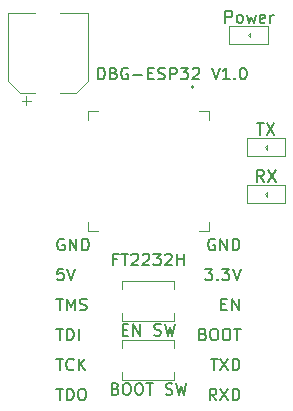
<source format=gto>
G04 #@! TF.GenerationSoftware,KiCad,Pcbnew,(5.1.10-1-10_14)*
G04 #@! TF.CreationDate,2021-12-01T23:12:48+09:00*
G04 #@! TF.ProjectId,DBG-ESP32,4442472d-4553-4503-9332-2e6b69636164,V1.0*
G04 #@! TF.SameCoordinates,Original*
G04 #@! TF.FileFunction,Legend,Top*
G04 #@! TF.FilePolarity,Positive*
%FSLAX46Y46*%
G04 Gerber Fmt 4.6, Leading zero omitted, Abs format (unit mm)*
G04 Created by KiCad (PCBNEW (5.1.10-1-10_14)) date 2021-12-01 23:12:48*
%MOMM*%
%LPD*%
G01*
G04 APERTURE LIST*
%ADD10C,0.150000*%
%ADD11C,0.200000*%
%ADD12C,0.120000*%
G04 APERTURE END LIST*
D10*
X-4261904Y12747619D02*
X-4261904Y13747619D01*
X-4023809Y13747619D01*
X-3880952Y13700000D01*
X-3785714Y13604761D01*
X-3738095Y13509523D01*
X-3690476Y13319047D01*
X-3690476Y13176190D01*
X-3738095Y12985714D01*
X-3785714Y12890476D01*
X-3880952Y12795238D01*
X-4023809Y12747619D01*
X-4261904Y12747619D01*
X-2928571Y13271428D02*
X-2785714Y13223809D01*
X-2738095Y13176190D01*
X-2690476Y13080952D01*
X-2690476Y12938095D01*
X-2738095Y12842857D01*
X-2785714Y12795238D01*
X-2880952Y12747619D01*
X-3261904Y12747619D01*
X-3261904Y13747619D01*
X-2928571Y13747619D01*
X-2833333Y13700000D01*
X-2785714Y13652380D01*
X-2738095Y13557142D01*
X-2738095Y13461904D01*
X-2785714Y13366666D01*
X-2833333Y13319047D01*
X-2928571Y13271428D01*
X-3261904Y13271428D01*
X-1738095Y13700000D02*
X-1833333Y13747619D01*
X-1976190Y13747619D01*
X-2119047Y13700000D01*
X-2214285Y13604761D01*
X-2261904Y13509523D01*
X-2309523Y13319047D01*
X-2309523Y13176190D01*
X-2261904Y12985714D01*
X-2214285Y12890476D01*
X-2119047Y12795238D01*
X-1976190Y12747619D01*
X-1880952Y12747619D01*
X-1738095Y12795238D01*
X-1690476Y12842857D01*
X-1690476Y13176190D01*
X-1880952Y13176190D01*
X-1261904Y13128571D02*
X-500000Y13128571D01*
X-23809Y13271428D02*
X309523Y13271428D01*
X452380Y12747619D02*
X-23809Y12747619D01*
X-23809Y13747619D01*
X452380Y13747619D01*
X833333Y12795238D02*
X976190Y12747619D01*
X1214285Y12747619D01*
X1309523Y12795238D01*
X1357142Y12842857D01*
X1404761Y12938095D01*
X1404761Y13033333D01*
X1357142Y13128571D01*
X1309523Y13176190D01*
X1214285Y13223809D01*
X1023809Y13271428D01*
X928571Y13319047D01*
X880952Y13366666D01*
X833333Y13461904D01*
X833333Y13557142D01*
X880952Y13652380D01*
X928571Y13700000D01*
X1023809Y13747619D01*
X1261904Y13747619D01*
X1404761Y13700000D01*
X1833333Y12747619D02*
X1833333Y13747619D01*
X2214285Y13747619D01*
X2309523Y13700000D01*
X2357142Y13652380D01*
X2404761Y13557142D01*
X2404761Y13414285D01*
X2357142Y13319047D01*
X2309523Y13271428D01*
X2214285Y13223809D01*
X1833333Y13223809D01*
X2738095Y13747619D02*
X3357142Y13747619D01*
X3023809Y13366666D01*
X3166666Y13366666D01*
X3261904Y13319047D01*
X3309523Y13271428D01*
X3357142Y13176190D01*
X3357142Y12938095D01*
X3309523Y12842857D01*
X3261904Y12795238D01*
X3166666Y12747619D01*
X2880952Y12747619D01*
X2785714Y12795238D01*
X2738095Y12842857D01*
X3738095Y13652380D02*
X3785714Y13700000D01*
X3880952Y13747619D01*
X4119047Y13747619D01*
X4214285Y13700000D01*
X4261904Y13652380D01*
X4309523Y13557142D01*
X4309523Y13461904D01*
X4261904Y13319047D01*
X3690476Y12747619D01*
X4309523Y12747619D01*
X5357142Y13747619D02*
X5690476Y12747619D01*
X6023809Y13747619D01*
X6880952Y12747619D02*
X6309523Y12747619D01*
X6595238Y12747619D02*
X6595238Y13747619D01*
X6499999Y13604761D01*
X6404761Y13509523D01*
X6309523Y13461904D01*
X7309523Y12842857D02*
X7357142Y12795238D01*
X7309523Y12747619D01*
X7261904Y12795238D01*
X7309523Y12842857D01*
X7309523Y12747619D01*
X7976190Y13747619D02*
X8071428Y13747619D01*
X8166666Y13700000D01*
X8214285Y13652380D01*
X8261904Y13557142D01*
X8309523Y13366666D01*
X8309523Y13128571D01*
X8261904Y12938095D01*
X8214285Y12842857D01*
X8166666Y12795238D01*
X8071428Y12747619D01*
X7976190Y12747619D01*
X7880952Y12795238D01*
X7833333Y12842857D01*
X7785714Y12938095D01*
X7738095Y13128571D01*
X7738095Y13366666D01*
X7785714Y13557142D01*
X7833333Y13652380D01*
X7880952Y13700000D01*
X7976190Y13747619D01*
X9198095Y9081619D02*
X9769523Y9081619D01*
X9483809Y8081619D02*
X9483809Y9081619D01*
X10007619Y9081619D02*
X10674285Y8081619D01*
X10674285Y9081619D02*
X10007619Y8081619D01*
X9793333Y4091619D02*
X9460000Y4567809D01*
X9221904Y4091619D02*
X9221904Y5091619D01*
X9602857Y5091619D01*
X9698095Y5044000D01*
X9745714Y4996380D01*
X9793333Y4901142D01*
X9793333Y4758285D01*
X9745714Y4663047D01*
X9698095Y4615428D01*
X9602857Y4567809D01*
X9221904Y4567809D01*
X10126666Y5091619D02*
X10793333Y4091619D01*
X10793333Y5091619D02*
X10126666Y4091619D01*
X-2666666Y-2468571D02*
X-3000000Y-2468571D01*
X-3000000Y-2992380D02*
X-3000000Y-1992380D01*
X-2523809Y-1992380D01*
X-2285714Y-1992380D02*
X-1714285Y-1992380D01*
X-2000000Y-2992380D02*
X-2000000Y-1992380D01*
X-1428571Y-2087619D02*
X-1380952Y-2040000D01*
X-1285714Y-1992380D01*
X-1047619Y-1992380D01*
X-952380Y-2040000D01*
X-904761Y-2087619D01*
X-857142Y-2182857D01*
X-857142Y-2278095D01*
X-904761Y-2420952D01*
X-1476190Y-2992380D01*
X-857142Y-2992380D01*
X-476190Y-2087619D02*
X-428571Y-2040000D01*
X-333333Y-1992380D01*
X-95238Y-1992380D01*
X0Y-2040000D01*
X47619Y-2087619D01*
X95238Y-2182857D01*
X95238Y-2278095D01*
X47619Y-2420952D01*
X-523809Y-2992380D01*
X95238Y-2992380D01*
X428571Y-1992380D02*
X1047619Y-1992380D01*
X714285Y-2373333D01*
X857142Y-2373333D01*
X952380Y-2420952D01*
X999999Y-2468571D01*
X1047619Y-2563809D01*
X1047619Y-2801904D01*
X999999Y-2897142D01*
X952380Y-2944761D01*
X857142Y-2992380D01*
X571428Y-2992380D01*
X476190Y-2944761D01*
X428571Y-2897142D01*
X1428571Y-2087619D02*
X1476190Y-2040000D01*
X1571428Y-1992380D01*
X1809523Y-1992380D01*
X1904761Y-2040000D01*
X1952380Y-2087619D01*
X1999999Y-2182857D01*
X1999999Y-2278095D01*
X1952380Y-2420952D01*
X1380952Y-2992380D01*
X1999999Y-2992380D01*
X2428571Y-2992380D02*
X2428571Y-1992380D01*
X2428571Y-2468571D02*
X2999999Y-2468571D01*
X2999999Y-2992380D02*
X2999999Y-1992380D01*
X5617785Y-770000D02*
X5522547Y-722380D01*
X5379690Y-722380D01*
X5236833Y-770000D01*
X5141595Y-865238D01*
X5093976Y-960476D01*
X5046357Y-1150952D01*
X5046357Y-1293809D01*
X5093976Y-1484285D01*
X5141595Y-1579523D01*
X5236833Y-1674761D01*
X5379690Y-1722380D01*
X5474928Y-1722380D01*
X5617785Y-1674761D01*
X5665404Y-1627142D01*
X5665404Y-1293809D01*
X5474928Y-1293809D01*
X6093976Y-1722380D02*
X6093976Y-722380D01*
X6665404Y-1722380D01*
X6665404Y-722380D01*
X7141595Y-1722380D02*
X7141595Y-722380D01*
X7379690Y-722380D01*
X7522547Y-770000D01*
X7617785Y-865238D01*
X7665404Y-960476D01*
X7713023Y-1150952D01*
X7713023Y-1293809D01*
X7665404Y-1484285D01*
X7617785Y-1579523D01*
X7522547Y-1674761D01*
X7379690Y-1722380D01*
X7141595Y-1722380D01*
X4808261Y-3262380D02*
X5427309Y-3262380D01*
X5093976Y-3643333D01*
X5236833Y-3643333D01*
X5332071Y-3690952D01*
X5379690Y-3738571D01*
X5427309Y-3833809D01*
X5427309Y-4071904D01*
X5379690Y-4167142D01*
X5332071Y-4214761D01*
X5236833Y-4262380D01*
X4951119Y-4262380D01*
X4855880Y-4214761D01*
X4808261Y-4167142D01*
X5855880Y-4167142D02*
X5903500Y-4214761D01*
X5855880Y-4262380D01*
X5808261Y-4214761D01*
X5855880Y-4167142D01*
X5855880Y-4262380D01*
X6236833Y-3262380D02*
X6855880Y-3262380D01*
X6522547Y-3643333D01*
X6665404Y-3643333D01*
X6760642Y-3690952D01*
X6808261Y-3738571D01*
X6855880Y-3833809D01*
X6855880Y-4071904D01*
X6808261Y-4167142D01*
X6760642Y-4214761D01*
X6665404Y-4262380D01*
X6379690Y-4262380D01*
X6284452Y-4214761D01*
X6236833Y-4167142D01*
X7141595Y-3262380D02*
X7474928Y-4262380D01*
X7808261Y-3262380D01*
X6189214Y-6278571D02*
X6522547Y-6278571D01*
X6665404Y-6802380D02*
X6189214Y-6802380D01*
X6189214Y-5802380D01*
X6665404Y-5802380D01*
X7093976Y-6802380D02*
X7093976Y-5802380D01*
X7665404Y-6802380D01*
X7665404Y-5802380D01*
X4617785Y-8818571D02*
X4760642Y-8866190D01*
X4808261Y-8913809D01*
X4855880Y-9009047D01*
X4855880Y-9151904D01*
X4808261Y-9247142D01*
X4760642Y-9294761D01*
X4665404Y-9342380D01*
X4284452Y-9342380D01*
X4284452Y-8342380D01*
X4617785Y-8342380D01*
X4713023Y-8390000D01*
X4760642Y-8437619D01*
X4808261Y-8532857D01*
X4808261Y-8628095D01*
X4760642Y-8723333D01*
X4713023Y-8770952D01*
X4617785Y-8818571D01*
X4284452Y-8818571D01*
X5474928Y-8342380D02*
X5665404Y-8342380D01*
X5760642Y-8390000D01*
X5855880Y-8485238D01*
X5903500Y-8675714D01*
X5903500Y-9009047D01*
X5855880Y-9199523D01*
X5760642Y-9294761D01*
X5665404Y-9342380D01*
X5474928Y-9342380D01*
X5379690Y-9294761D01*
X5284452Y-9199523D01*
X5236833Y-9009047D01*
X5236833Y-8675714D01*
X5284452Y-8485238D01*
X5379690Y-8390000D01*
X5474928Y-8342380D01*
X6522547Y-8342380D02*
X6713023Y-8342380D01*
X6808261Y-8390000D01*
X6903500Y-8485238D01*
X6951119Y-8675714D01*
X6951119Y-9009047D01*
X6903500Y-9199523D01*
X6808261Y-9294761D01*
X6713023Y-9342380D01*
X6522547Y-9342380D01*
X6427309Y-9294761D01*
X6332071Y-9199523D01*
X6284452Y-9009047D01*
X6284452Y-8675714D01*
X6332071Y-8485238D01*
X6427309Y-8390000D01*
X6522547Y-8342380D01*
X7236833Y-8342380D02*
X7808261Y-8342380D01*
X7522547Y-9342380D02*
X7522547Y-8342380D01*
X5284452Y-10882380D02*
X5855880Y-10882380D01*
X5570166Y-11882380D02*
X5570166Y-10882380D01*
X6093976Y-10882380D02*
X6760642Y-11882380D01*
X6760642Y-10882380D02*
X6093976Y-11882380D01*
X7141595Y-11882380D02*
X7141595Y-10882380D01*
X7379690Y-10882380D01*
X7522547Y-10930000D01*
X7617785Y-11025238D01*
X7665404Y-11120476D01*
X7713023Y-11310952D01*
X7713023Y-11453809D01*
X7665404Y-11644285D01*
X7617785Y-11739523D01*
X7522547Y-11834761D01*
X7379690Y-11882380D01*
X7141595Y-11882380D01*
X5760642Y-14422380D02*
X5427309Y-13946190D01*
X5189214Y-14422380D02*
X5189214Y-13422380D01*
X5570166Y-13422380D01*
X5665404Y-13470000D01*
X5713023Y-13517619D01*
X5760642Y-13612857D01*
X5760642Y-13755714D01*
X5713023Y-13850952D01*
X5665404Y-13898571D01*
X5570166Y-13946190D01*
X5189214Y-13946190D01*
X6093976Y-13422380D02*
X6760642Y-14422380D01*
X6760642Y-13422380D02*
X6093976Y-14422380D01*
X7141595Y-14422380D02*
X7141595Y-13422380D01*
X7379690Y-13422380D01*
X7522547Y-13470000D01*
X7617785Y-13565238D01*
X7665404Y-13660476D01*
X7713023Y-13850952D01*
X7713023Y-13993809D01*
X7665404Y-14184285D01*
X7617785Y-14279523D01*
X7522547Y-14374761D01*
X7379690Y-14422380D01*
X7141595Y-14422380D01*
X-7808261Y-13422380D02*
X-7236833Y-13422380D01*
X-7522547Y-14422380D02*
X-7522547Y-13422380D01*
X-6903500Y-14422380D02*
X-6903500Y-13422380D01*
X-6665404Y-13422380D01*
X-6522547Y-13470000D01*
X-6427309Y-13565238D01*
X-6379690Y-13660476D01*
X-6332071Y-13850952D01*
X-6332071Y-13993809D01*
X-6379690Y-14184285D01*
X-6427309Y-14279523D01*
X-6522547Y-14374761D01*
X-6665404Y-14422380D01*
X-6903500Y-14422380D01*
X-5713023Y-13422380D02*
X-5522547Y-13422380D01*
X-5427309Y-13470000D01*
X-5332071Y-13565238D01*
X-5284452Y-13755714D01*
X-5284452Y-14089047D01*
X-5332071Y-14279523D01*
X-5427309Y-14374761D01*
X-5522547Y-14422380D01*
X-5713023Y-14422380D01*
X-5808261Y-14374761D01*
X-5903500Y-14279523D01*
X-5951119Y-14089047D01*
X-5951119Y-13755714D01*
X-5903500Y-13565238D01*
X-5808261Y-13470000D01*
X-5713023Y-13422380D01*
X-7808261Y-10882380D02*
X-7236833Y-10882380D01*
X-7522547Y-11882380D02*
X-7522547Y-10882380D01*
X-6332071Y-11787142D02*
X-6379690Y-11834761D01*
X-6522547Y-11882380D01*
X-6617785Y-11882380D01*
X-6760642Y-11834761D01*
X-6855880Y-11739523D01*
X-6903500Y-11644285D01*
X-6951119Y-11453809D01*
X-6951119Y-11310952D01*
X-6903500Y-11120476D01*
X-6855880Y-11025238D01*
X-6760642Y-10930000D01*
X-6617785Y-10882380D01*
X-6522547Y-10882380D01*
X-6379690Y-10930000D01*
X-6332071Y-10977619D01*
X-5903500Y-11882380D02*
X-5903500Y-10882380D01*
X-5332071Y-11882380D02*
X-5760642Y-11310952D01*
X-5332071Y-10882380D02*
X-5903500Y-11453809D01*
X-7808261Y-8342380D02*
X-7236833Y-8342380D01*
X-7522547Y-9342380D02*
X-7522547Y-8342380D01*
X-6903500Y-9342380D02*
X-6903500Y-8342380D01*
X-6665404Y-8342380D01*
X-6522547Y-8390000D01*
X-6427309Y-8485238D01*
X-6379690Y-8580476D01*
X-6332071Y-8770952D01*
X-6332071Y-8913809D01*
X-6379690Y-9104285D01*
X-6427309Y-9199523D01*
X-6522547Y-9294761D01*
X-6665404Y-9342380D01*
X-6903500Y-9342380D01*
X-5903500Y-9342380D02*
X-5903500Y-8342380D01*
X-7808261Y-5802380D02*
X-7236833Y-5802380D01*
X-7522547Y-6802380D02*
X-7522547Y-5802380D01*
X-6903500Y-6802380D02*
X-6903500Y-5802380D01*
X-6570166Y-6516666D01*
X-6236833Y-5802380D01*
X-6236833Y-6802380D01*
X-5808261Y-6754761D02*
X-5665404Y-6802380D01*
X-5427309Y-6802380D01*
X-5332071Y-6754761D01*
X-5284452Y-6707142D01*
X-5236833Y-6611904D01*
X-5236833Y-6516666D01*
X-5284452Y-6421428D01*
X-5332071Y-6373809D01*
X-5427309Y-6326190D01*
X-5617785Y-6278571D01*
X-5713023Y-6230952D01*
X-5760642Y-6183333D01*
X-5808261Y-6088095D01*
X-5808261Y-5992857D01*
X-5760642Y-5897619D01*
X-5713023Y-5850000D01*
X-5617785Y-5802380D01*
X-5379690Y-5802380D01*
X-5236833Y-5850000D01*
X-7189214Y-3262380D02*
X-7665404Y-3262380D01*
X-7713023Y-3738571D01*
X-7665404Y-3690952D01*
X-7570166Y-3643333D01*
X-7332071Y-3643333D01*
X-7236833Y-3690952D01*
X-7189214Y-3738571D01*
X-7141595Y-3833809D01*
X-7141595Y-4071904D01*
X-7189214Y-4167142D01*
X-7236833Y-4214761D01*
X-7332071Y-4262380D01*
X-7570166Y-4262380D01*
X-7665404Y-4214761D01*
X-7713023Y-4167142D01*
X-6855880Y-3262380D02*
X-6522547Y-4262380D01*
X-6189214Y-3262380D01*
X-7141595Y-770000D02*
X-7236833Y-722380D01*
X-7379690Y-722380D01*
X-7522547Y-770000D01*
X-7617785Y-865238D01*
X-7665404Y-960476D01*
X-7713023Y-1150952D01*
X-7713023Y-1293809D01*
X-7665404Y-1484285D01*
X-7617785Y-1579523D01*
X-7522547Y-1674761D01*
X-7379690Y-1722380D01*
X-7284452Y-1722380D01*
X-7141595Y-1674761D01*
X-7093976Y-1627142D01*
X-7093976Y-1293809D01*
X-7284452Y-1293809D01*
X-6665404Y-1722380D02*
X-6665404Y-722380D01*
X-6093976Y-1722380D01*
X-6093976Y-722380D01*
X-5617785Y-1722380D02*
X-5617785Y-722380D01*
X-5379690Y-722380D01*
X-5236833Y-770000D01*
X-5141595Y-865238D01*
X-5093976Y-960476D01*
X-5046357Y-1150952D01*
X-5046357Y-1293809D01*
X-5093976Y-1484285D01*
X-5141595Y-1579523D01*
X-5236833Y-1674761D01*
X-5379690Y-1722380D01*
X-5617785Y-1722380D01*
X-2166666Y-8428571D02*
X-1833333Y-8428571D01*
X-1690476Y-8952380D02*
X-2166666Y-8952380D01*
X-2166666Y-7952380D01*
X-1690476Y-7952380D01*
X-1261904Y-8952380D02*
X-1261904Y-7952380D01*
X-690476Y-8952380D01*
X-690476Y-7952380D01*
X499999Y-8904761D02*
X642857Y-8952380D01*
X880952Y-8952380D01*
X976190Y-8904761D01*
X1023809Y-8857142D01*
X1071428Y-8761904D01*
X1071428Y-8666666D01*
X1023809Y-8571428D01*
X976190Y-8523809D01*
X880952Y-8476190D01*
X690476Y-8428571D01*
X595238Y-8380952D01*
X547619Y-8333333D01*
X499999Y-8238095D01*
X499999Y-8142857D01*
X547619Y-8047619D01*
X595238Y-8000000D01*
X690476Y-7952380D01*
X928571Y-7952380D01*
X1071428Y-8000000D01*
X1404761Y-7952380D02*
X1642857Y-8952380D01*
X1833333Y-8238095D01*
X2023809Y-8952380D01*
X2261904Y-7952380D01*
X-2785714Y-13428571D02*
X-2642857Y-13476190D01*
X-2595238Y-13523809D01*
X-2547619Y-13619047D01*
X-2547619Y-13761904D01*
X-2595238Y-13857142D01*
X-2642857Y-13904761D01*
X-2738095Y-13952380D01*
X-3119047Y-13952380D01*
X-3119047Y-12952380D01*
X-2785714Y-12952380D01*
X-2690476Y-13000000D01*
X-2642857Y-13047619D01*
X-2595238Y-13142857D01*
X-2595238Y-13238095D01*
X-2642857Y-13333333D01*
X-2690476Y-13380952D01*
X-2785714Y-13428571D01*
X-3119047Y-13428571D01*
X-1928571Y-12952380D02*
X-1738095Y-12952380D01*
X-1642857Y-13000000D01*
X-1547619Y-13095238D01*
X-1500000Y-13285714D01*
X-1500000Y-13619047D01*
X-1547619Y-13809523D01*
X-1642857Y-13904761D01*
X-1738095Y-13952380D01*
X-1928571Y-13952380D01*
X-2023809Y-13904761D01*
X-2119047Y-13809523D01*
X-2166666Y-13619047D01*
X-2166666Y-13285714D01*
X-2119047Y-13095238D01*
X-2023809Y-13000000D01*
X-1928571Y-12952380D01*
X-880952Y-12952380D02*
X-690476Y-12952380D01*
X-595238Y-13000000D01*
X-500000Y-13095238D01*
X-452380Y-13285714D01*
X-452380Y-13619047D01*
X-500000Y-13809523D01*
X-595238Y-13904761D01*
X-690476Y-13952380D01*
X-880952Y-13952380D01*
X-976190Y-13904761D01*
X-1071428Y-13809523D01*
X-1119047Y-13619047D01*
X-1119047Y-13285714D01*
X-1071428Y-13095238D01*
X-976190Y-13000000D01*
X-880952Y-12952380D01*
X-166666Y-12952380D02*
X404761Y-12952380D01*
X119047Y-13952380D02*
X119047Y-12952380D01*
X1452380Y-13904761D02*
X1595238Y-13952380D01*
X1833333Y-13952380D01*
X1928571Y-13904761D01*
X1976190Y-13857142D01*
X2023809Y-13761904D01*
X2023809Y-13666666D01*
X1976190Y-13571428D01*
X1928571Y-13523809D01*
X1833333Y-13476190D01*
X1642857Y-13428571D01*
X1547619Y-13380952D01*
X1499999Y-13333333D01*
X1452380Y-13238095D01*
X1452380Y-13142857D01*
X1499999Y-13047619D01*
X1547619Y-13000000D01*
X1642857Y-12952380D01*
X1880952Y-12952380D01*
X2023809Y-13000000D01*
X2357142Y-12952380D02*
X2595238Y-13952380D01*
X2785714Y-13238095D01*
X2976190Y-13952380D01*
X3214285Y-12952380D01*
X6523809Y17547619D02*
X6523809Y18547619D01*
X6904761Y18547619D01*
X7000000Y18500000D01*
X7047619Y18452380D01*
X7095238Y18357142D01*
X7095238Y18214285D01*
X7047619Y18119047D01*
X7000000Y18071428D01*
X6904761Y18023809D01*
X6523809Y18023809D01*
X7666666Y17547619D02*
X7571428Y17595238D01*
X7523809Y17642857D01*
X7476190Y17738095D01*
X7476190Y18023809D01*
X7523809Y18119047D01*
X7571428Y18166666D01*
X7666666Y18214285D01*
X7809523Y18214285D01*
X7904761Y18166666D01*
X7952380Y18119047D01*
X8000000Y18023809D01*
X8000000Y17738095D01*
X7952380Y17642857D01*
X7904761Y17595238D01*
X7809523Y17547619D01*
X7666666Y17547619D01*
X8333333Y18214285D02*
X8523809Y17547619D01*
X8714285Y18023809D01*
X8904761Y17547619D01*
X9095238Y18214285D01*
X9857142Y17595238D02*
X9761904Y17547619D01*
X9571428Y17547619D01*
X9476190Y17595238D01*
X9428571Y17690476D01*
X9428571Y18071428D01*
X9476190Y18166666D01*
X9571428Y18214285D01*
X9761904Y18214285D01*
X9857142Y18166666D01*
X9904761Y18071428D01*
X9904761Y17976190D01*
X9428571Y17880952D01*
X10333333Y17547619D02*
X10333333Y18214285D01*
X10333333Y18023809D02*
X10380952Y18119047D01*
X10428571Y18166666D01*
X10523809Y18214285D01*
X10619047Y18214285D01*
D11*
X3850000Y12100000D02*
G75*
G03*
X3850000Y12100000I-100000J0D01*
G01*
D12*
X5100000Y-100000D02*
X5100000Y700000D01*
X4300000Y-100000D02*
X5100000Y-100000D01*
X-5100000Y-100000D02*
X-4300000Y-100000D01*
X-5100000Y700000D02*
X-5100000Y-100000D01*
X-5100000Y10100000D02*
X-5100000Y9300000D01*
X-4300000Y10100000D02*
X-5100000Y10100000D01*
X5100000Y10100000D02*
X4300000Y10100000D01*
X5100000Y9300000D02*
X5100000Y10100000D01*
X2200000Y-12000000D02*
X2200000Y-12700000D01*
X2200000Y-12700000D02*
X-2200000Y-12700000D01*
X-2200000Y-12700000D02*
X-2200000Y-12000000D01*
X-2200000Y-10000000D02*
X-2200000Y-9300000D01*
X-2200000Y-9300000D02*
X2200000Y-9300000D01*
X2200000Y-9300000D02*
X2200000Y-10000000D01*
X2200000Y-7000000D02*
X2200000Y-7700000D01*
X2200000Y-7700000D02*
X-2200000Y-7700000D01*
X-2200000Y-7700000D02*
X-2200000Y-7000000D01*
X-2200000Y-5000000D02*
X-2200000Y-4300000D01*
X-2200000Y-4300000D02*
X2200000Y-4300000D01*
X2200000Y-4300000D02*
X2200000Y-5000000D01*
X8310000Y7760000D02*
X8310000Y6260000D01*
X11610000Y7760000D02*
X11610000Y6260000D01*
X8310000Y7760000D02*
X11610000Y7760000D01*
X8310000Y6260000D02*
X11610000Y6260000D01*
X10060000Y7210000D02*
X10060000Y6810000D01*
X10060000Y6810000D02*
X9860000Y7010000D01*
X9860000Y7010000D02*
X10060000Y7210000D01*
X8310000Y3770000D02*
X8310000Y2270000D01*
X11610000Y3770000D02*
X11610000Y2270000D01*
X8310000Y3770000D02*
X11610000Y3770000D01*
X8310000Y2270000D02*
X11610000Y2270000D01*
X10060000Y3220000D02*
X10060000Y2820000D01*
X10060000Y2820000D02*
X9860000Y3020000D01*
X9860000Y3020000D02*
X10060000Y3220000D01*
X6850000Y17250000D02*
X6850000Y15750000D01*
X10150000Y17250000D02*
X10150000Y15750000D01*
X6850000Y17250000D02*
X10150000Y17250000D01*
X6850000Y15750000D02*
X10150000Y15750000D01*
X8600000Y16700000D02*
X8600000Y16300000D01*
X8600000Y16300000D02*
X8400000Y16500000D01*
X8400000Y16500000D02*
X8600000Y16700000D01*
X-5090000Y18410000D02*
X-7440000Y18410000D01*
X-11910000Y18410000D02*
X-9560000Y18410000D01*
X-11910000Y12654437D02*
X-11910000Y18410000D01*
X-5090000Y12654437D02*
X-5090000Y18410000D01*
X-6154437Y11590000D02*
X-7440000Y11590000D01*
X-10845563Y11590000D02*
X-9560000Y11590000D01*
X-10845563Y11590000D02*
X-11910000Y12654437D01*
X-6154437Y11590000D02*
X-5090000Y12654437D01*
X-10347500Y10562500D02*
X-10347500Y11350000D01*
X-10741250Y10956250D02*
X-9953750Y10956250D01*
M02*

</source>
